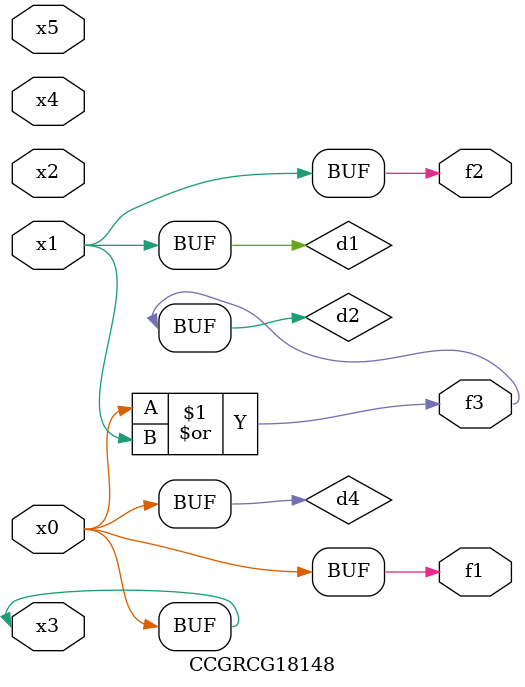
<source format=v>
module CCGRCG18148(
	input x0, x1, x2, x3, x4, x5,
	output f1, f2, f3
);

	wire d1, d2, d3, d4;

	and (d1, x1);
	or (d2, x0, x1);
	nand (d3, x0, x5);
	buf (d4, x0, x3);
	assign f1 = d4;
	assign f2 = d1;
	assign f3 = d2;
endmodule

</source>
